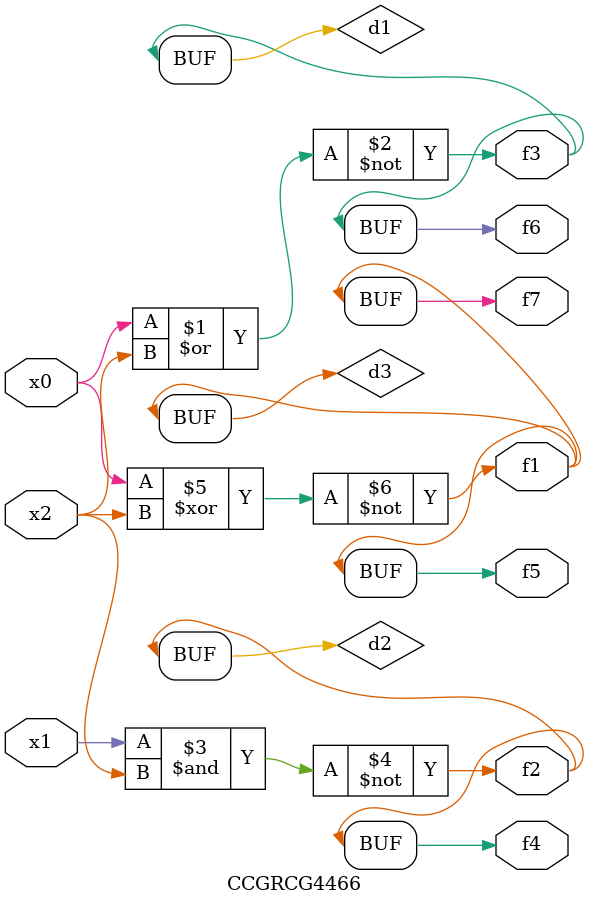
<source format=v>
module CCGRCG4466(
	input x0, x1, x2,
	output f1, f2, f3, f4, f5, f6, f7
);

	wire d1, d2, d3;

	nor (d1, x0, x2);
	nand (d2, x1, x2);
	xnor (d3, x0, x2);
	assign f1 = d3;
	assign f2 = d2;
	assign f3 = d1;
	assign f4 = d2;
	assign f5 = d3;
	assign f6 = d1;
	assign f7 = d3;
endmodule

</source>
